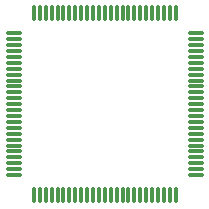
<source format=gtp>
G04*
G04 #@! TF.GenerationSoftware,Altium Limited,Altium Designer,22.8.2 (66)*
G04*
G04 Layer_Color=8421504*
%FSLAX44Y44*%
%MOMM*%
G71*
G04*
G04 #@! TF.SameCoordinates,E80B4FDD-8870-46C6-9AB6-B278042541E5*
G04*
G04*
G04 #@! TF.FilePolarity,Positive*
G04*
G01*
G75*
%ADD15O,0.3000X1.4500*%
%ADD16O,1.4500X0.3000*%
D15*
X782560Y646650D02*
D03*
X777560D02*
D03*
X767560D02*
D03*
X772560D02*
D03*
X762560D02*
D03*
X802560D02*
D03*
X807560D02*
D03*
X812560D02*
D03*
X857560D02*
D03*
X852560D02*
D03*
X847560D02*
D03*
X842560D02*
D03*
X837560D02*
D03*
X832560D02*
D03*
X827560D02*
D03*
X822560D02*
D03*
X817560D02*
D03*
X797560D02*
D03*
X792560D02*
D03*
X787560D02*
D03*
X757560D02*
D03*
X752560D02*
D03*
X747560D02*
D03*
X742560D02*
D03*
X737560D02*
D03*
Y801150D02*
D03*
X742560D02*
D03*
X747560D02*
D03*
X752560D02*
D03*
X757560D02*
D03*
X762560D02*
D03*
X767560D02*
D03*
X772560D02*
D03*
X777560D02*
D03*
X782560D02*
D03*
X787560D02*
D03*
X792560D02*
D03*
X797560D02*
D03*
X802560D02*
D03*
X807560D02*
D03*
X812560D02*
D03*
X817560D02*
D03*
X822560D02*
D03*
X827560D02*
D03*
X832560D02*
D03*
X837560D02*
D03*
X842560D02*
D03*
X847560D02*
D03*
X852560D02*
D03*
X857560D02*
D03*
D16*
X720310Y663900D02*
D03*
Y668900D02*
D03*
Y673900D02*
D03*
Y678900D02*
D03*
Y683900D02*
D03*
Y688900D02*
D03*
Y693900D02*
D03*
Y698900D02*
D03*
Y703900D02*
D03*
Y708900D02*
D03*
Y713900D02*
D03*
Y718900D02*
D03*
Y723900D02*
D03*
Y728900D02*
D03*
Y733900D02*
D03*
Y738900D02*
D03*
Y743900D02*
D03*
Y748900D02*
D03*
Y753900D02*
D03*
Y758900D02*
D03*
Y763900D02*
D03*
Y768900D02*
D03*
Y773900D02*
D03*
Y778900D02*
D03*
Y783900D02*
D03*
X874810D02*
D03*
Y778900D02*
D03*
Y773900D02*
D03*
Y768900D02*
D03*
Y763900D02*
D03*
Y758900D02*
D03*
Y753900D02*
D03*
Y748900D02*
D03*
Y743900D02*
D03*
Y738900D02*
D03*
Y733900D02*
D03*
Y728900D02*
D03*
Y723900D02*
D03*
Y718900D02*
D03*
Y713900D02*
D03*
Y708900D02*
D03*
Y703900D02*
D03*
Y698900D02*
D03*
Y693900D02*
D03*
Y688900D02*
D03*
Y683900D02*
D03*
Y678900D02*
D03*
Y673900D02*
D03*
Y668900D02*
D03*
Y663900D02*
D03*
M02*

</source>
